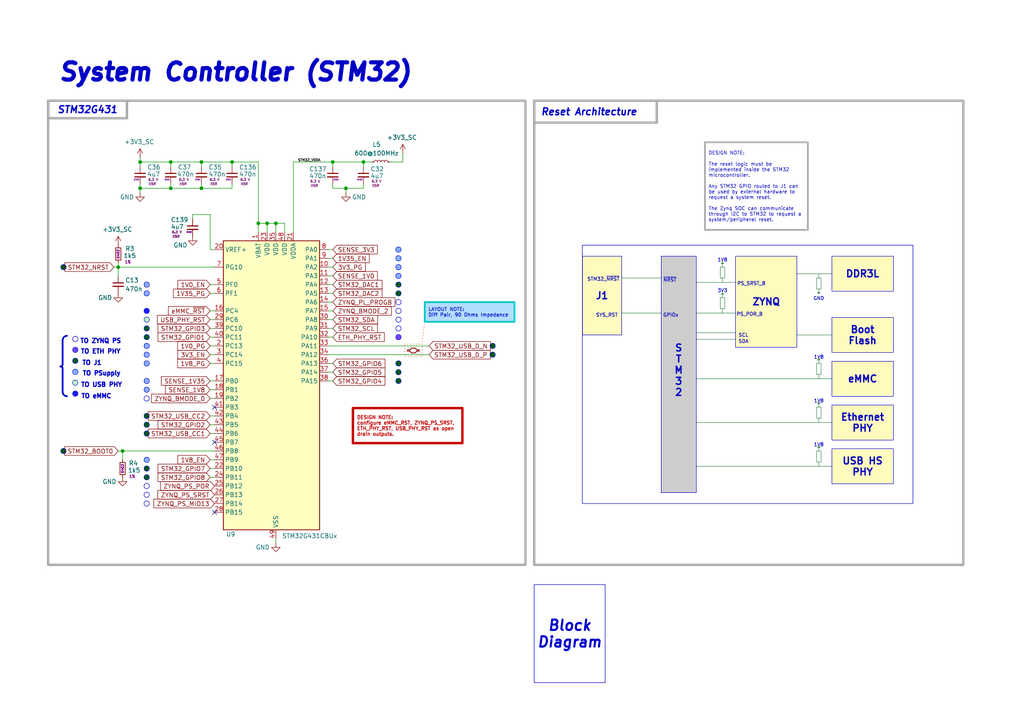
<source format=kicad_sch>
(kicad_sch (version 20231120) (generator "eeschema") (generator_version "8.0")
  (paper "A4")
  (title_block (title "System Controller") (date "2024-09-22") (rev "1.0"))
  (lib_symbols
    (symbol "C_Small_1" (pin_numbers hide) (pin_names (offset 0.254) hide)
      (property "Reference" "C50" (at 1.778 2.794 0))
      (property "Value" "470n" (at 1.778 0.762 0))
      (property "Rating" "6.3 V" (at 3.302 -0.762 0))
      (property "Type" "X5R" (at 3.048 -2.032 0))
      (symbol "C_Small_1_0_1"
        (polyline (pts (xy -1.524 -0.508) (xy 1.524 -0.508)) (stroke (width 0.3302)))
        (polyline (pts (xy -1.524 0.508) (xy 1.524 0.508)) (stroke (width 0.3048)))
      )
      (symbol "C_Small_1_1_1"
        (pin passive line (at 0 2.54 270) (length 2.032) (name "~") (number "1"))
        (pin passive line (at 0 -2.54 90) (length 2.032) (name "~") (number "2"))
      )
    )
    (symbol "Device:C_Small" (pin_numbers hide) (pin_names (offset 0.254) hide)
      (property "Reference" "C" (at 0.254 1.778 0))
      (property "Value" "C_Small" (at 0.254 -2.032 0))
      (symbol "C_Small_0_1"
        (polyline (pts (xy -1.524 -0.508) (xy 1.524 -0.508)) (stroke (width 0.3302)))
        (polyline (pts (xy -1.524 0.508) (xy 1.524 0.508)) (stroke (width 0.3048)))
      )
      (symbol "C_Small_1_1"
        (pin passive line (at 0 2.54 270) (length 2.032) (name "~") (number "1"))
        (pin passive line (at 0 -2.54 90) (length 2.032) (name "~") (number "2"))
      )
    )
    (symbol "Device:L_Small" (pin_numbers hide) (pin_names (offset 0.254) hide)
      (property "Reference" "L" (at 0.762 1.016 0))
      (property "Value" "L_Small" (at 0.762 -1.016 0))
      (symbol "L_Small_0_1"
        (arc (start 0 -2.032) (mid 0.5058 -1.524) (end 0 -1.016))
        (arc (start 0 -1.016) (mid 0.5058 -0.508) (end 0 0))
        (arc (start 0 0) (mid 0.5058 0.508) (end 0 1.016))
        (arc (start 0 1.016) (mid 0.5058 1.524) (end 0 2.032))
      )
      (symbol "L_Small_1_1"
        (pin passive line (at 0 2.54 270) (length 0.508) (name "~") (number "1"))
        (pin passive line (at 0 -2.54 90) (length 0.508) (name "~") (number "2"))
      )
    )
    (symbol "Device:R_Small" (pin_numbers hide) (pin_names (offset 0.254) hide)
      (property "Reference" "R" (at 0.762 0.508 0))
      (property "Value" "R_Small" (at 0.762 -1.016 0))
      (symbol "R_Small_0_1"
        (rectangle (start -0.762 1.778) (end 0.762 -1.778) (stroke (width 0.2032)))
      )
      (symbol "R_Small_1_1"
        (pin passive line (at 0 2.54 270) (length 0.762) (name "~") (number "1"))
        (pin passive line (at 0 -2.54 90) (length 0.762) (name "~") (number "2"))
      )
    )
    (symbol "MCU_ST_STM32G4:STM32G431CBUx"
      (property "Reference" "U" (at -12.7 44.45 0))
      (property "Value" "STM32G431CBUx" (at 10.16 44.45 0))
      (symbol "STM32G431CBUx_0_1"
        (rectangle (start -12.7 -40.64) (end 15.24 43.18) (stroke (width 0.254)) (fill (type background)))
      )
      (symbol "STM32G431CBUx_1_1"
        (pin power_in line (at -2.54 45.72 270) (length 2.54) (name "VBAT") (number "1"))
        (pin bidirectional line (at 17.78 35.56 180) (length 2.54) (name "PA2") (number "10"))
        (pin bidirectional line (at 17.78 33.02 180) (length 2.54) (name "PA3") (number "11"))
        (pin bidirectional line (at 17.78 30.48 180) (length 2.54) (name "PA4") (number "12"))
        (pin bidirectional line (at 17.78 27.94 180) (length 2.54) (name "PA5") (number "13"))
        (pin bidirectional line (at 17.78 25.4 180) (length 2.54) (name "PA6") (number "14"))
        (pin bidirectional line (at 17.78 22.86 180) (length 2.54) (name "PA7") (number "15"))
        (pin bidirectional line (at -15.24 22.86 0) (length 2.54) (name "PC4") (number "16"))
        (pin bidirectional line (at -15.24 2.54 0) (length 2.54) (name "PB0") (number "17"))
        (pin bidirectional line (at -15.24 0 0) (length 2.54) (name "PB1") (number "18"))
        (pin bidirectional line (at -15.24 -2.54 0) (length 2.54) (name "PB2") (number "19"))
        (pin bidirectional line (at -15.24 12.7 0) (length 2.54) (name "PC13") (number "2"))
        (pin input line (at -15.24 40.64 0) (length 2.54) (name "VREF+") (number "20"))
        (pin power_in line (at 7.62 45.72 270) (length 2.54) (name "VDDA") (number "21"))
        (pin bidirectional line (at -15.24 -22.86 0) (length 2.54) (name "PB10") (number "22"))
        (pin power_in line (at 0 45.72 270) (length 2.54) (name "VDD") (number "23"))
        (pin bidirectional line (at -15.24 -25.4 0) (length 2.54) (name "PB11") (number "24"))
        (pin bidirectional line (at -15.24 -27.94 0) (length 2.54) (name "PB12") (number "25"))
        (pin bidirectional line (at -15.24 -30.48 0) (length 2.54) (name "PB13") (number "26"))
        (pin bidirectional line (at -15.24 -33.02 0) (length 2.54) (name "PB14") (number "27"))
        (pin bidirectional line (at -15.24 -35.56 0) (length 2.54) (name "PB15") (number "28"))
        (pin bidirectional line (at -15.24 20.32 0) (length 2.54) (name "PC6") (number "29"))
        (pin bidirectional line (at -15.24 10.16 0) (length 2.54) (name "PC14") (number "3"))
        (pin bidirectional line (at 17.78 20.32 180) (length 2.54) (name "PA8") (number "30"))
        (pin bidirectional line (at 17.78 17.78 180) (length 2.54) (name "PA9") (number "31"))
        (pin bidirectional line (at 17.78 15.24 180) (length 2.54) (name "PA10") (number "32"))
        (pin bidirectional line (at 17.78 12.7 180) (length 2.54) (name "PA11") (number "33"))
        (pin bidirectional line (at 17.78 10.16 180) (length 2.54) (name "PA12") (number "34"))
        (pin power_in line (at 2.54 45.72 270) (length 2.54) (name "VDD") (number "35"))
        (pin bidirectional line (at 17.78 7.62 180) (length 2.54) (name "PA13") (number "36"))
        (pin bidirectional line (at 17.78 5.08 180) (length 2.54) (name "PA14") (number "37"))
        (pin bidirectional line (at 17.78 2.54 180) (length 2.54) (name "PA15") (number "38"))
        (pin bidirectional line (at -15.24 17.78 0) (length 2.54) (name "PC10") (number "39"))
        (pin bidirectional line (at -15.24 7.62 0) (length 2.54) (name "PC15") (number "4"))
        (pin bidirectional line (at -15.24 15.24 0) (length 2.54) (name "PC11") (number "40"))
        (pin bidirectional line (at -15.24 -5.08 0) (length 2.54) (name "PB3") (number "41"))
        (pin bidirectional line (at -15.24 -7.62 0) (length 2.54) (name "PB4") (number "42"))
        (pin bidirectional line (at -15.24 -10.16 0) (length 2.54) (name "PB5") (number "43"))
        (pin bidirectional line (at -15.24 -12.7 0) (length 2.54) (name "PB6") (number "44"))
        (pin bidirectional line (at -15.24 -15.24 0) (length 2.54) (name "PB7") (number "45"))
        (pin bidirectional line (at -15.24 -17.78 0) (length 2.54) (name "PB8") (number "46"))
        (pin bidirectional line (at -15.24 -20.32 0) (length 2.54) (name "PB9") (number "47"))
        (pin power_in line (at 5.08 45.72 270) (length 2.54) (name "VDD") (number "48"))
        (pin power_in line (at 2.54 -43.18 90) (length 2.54) (name "VSS") (number "49"))
        (pin bidirectional line (at -15.24 30.48 0) (length 2.54) (name "PF0") (number "5"))
        (pin bidirectional line (at -15.24 27.94 0) (length 2.54) (name "PF1") (number "6"))
        (pin bidirectional line (at -15.24 35.56 0) (length 2.54) (name "PG10") (number "7"))
        (pin bidirectional line (at 17.78 40.64 180) (length 2.54) (name "PA0") (number "8"))
        (pin bidirectional line (at 17.78 38.1 180) (length 2.54) (name "PA1") (number "9"))
      )
    )
    (symbol "power:+3V3" (power) (pin_names (offset 0))
      (property "Value" "+3V3" (at 0 3.556 0))
      (symbol "+3V3_0_1"
        (polyline (pts (xy -0.762 1.27) (xy 0 2.54)))
        (polyline (pts (xy 0 0) (xy 0 2.54)))
        (polyline (pts (xy 0 2.54) (xy 0.762 1.27)))
      )
      (symbol "+3V3_1_1"
        (pin power_in line (at 0 0 90) (length 0) hide (name "+3V3") (number "1"))
      )
    )
    (symbol "power:GND" (power) (pin_names (offset 0))
      (property "Value" "GND" (at 0 -3.81 0))
      (symbol "GND_0_1"
        (polyline (pts (xy 0 0) (xy 0 -1.27) (xy 1.27 -1.27) (xy 0 -2.54) (xy -1.27 -1.27) (xy 0 -1.27)))
      )
      (symbol "GND_1_1"
        (pin power_in line (at 0 0 270) (length 0) hide (name "GND") (number "1"))
      )
    )
  )
  (junction (at 80.01 64.77))
  (junction (at 35.56 130.81))
  (junction (at 49.53 46.99))
  (junction (at 40.64 54.61))
  (junction (at 49.53 54.61))
  (junction (at 40.64 46.99))
  (junction (at 74.93 64.77))
  (junction (at 58.42 46.99))
  (junction (at 58.42 54.61))
  (junction (at 96.52 46.99))
  (junction (at 77.47 64.77))
  (junction (at 34.29 77.47))
  (junction (at 67.31 46.99))
  (junction (at 105.41 46.99))
  (junction (at 100.33 54.61))
  (no_connect (at 62.23 148.59))
  (no_connect (at 62.23 128.27))
  (no_connect (at 62.23 118.11))
  (polyline (pts (xy 209.169 76.454) (xy 209.55 76.073)) (stroke (width 0) (color 60 139 80 1)))
  (polyline (pts (xy 201.93 135.255) (xy 241.3 135.255)) (stroke (width 0) (color 60 139 80 1)))
  (wire (pts (xy 74.93 64.77) (xy 74.93 67.31)))
  (polyline (pts (xy 237.49 122.555) (xy 237.49 121.285)) (stroke (width 0) (color 60 139 80 1)))
  (polyline (pts (xy 237.49 116.84) (xy 237.49 116.967)) (stroke (width 0) (color 60 139 80 1)))
  (wire (pts (xy 77.47 64.77) (xy 77.47 67.31)))
  (polyline (pts (xy 209.931 85.344) (xy 209.169 85.344)) (stroke (width 0) (color 60 139 80 1)))
  (wire (pts (xy 96.52 82.55) (xy 95.25 82.55)))
  (polyline (pts (xy 237.109 84.836) (xy 237.871 84.836)) (stroke (width 0) (color 60 139 80 1)))
  (wire (pts (xy 100.33 54.61) (xy 100.33 55.88)))
  (wire (pts (xy 80.01 64.77) (xy 80.01 67.31)))
  (wire (pts (xy 60.96 105.41) (xy 62.23 105.41)))
  (polyline (pts (xy 120.396 102.362) (xy 120.904 101.854)) (stroke (width 0.25) (color 132 0 0 1)))
  (polyline (pts (xy 231.14 79.375) (xy 241.3 79.375)) (stroke (width 0) (color 60 139 80 1)))
  (wire (pts (xy 96.52 92.71) (xy 95.25 92.71)))
  (wire (pts (xy 40.64 54.61) (xy 49.53 54.61)))
  (polyline (pts (xy 180.34 90.805) (xy 191.77 90.805)) (stroke (width 0) (color 60 139 80 1)))
  (wire (pts (xy 60.96 97.79) (xy 62.23 97.79)))
  (polyline (pts (xy 237.49 105.283) (xy 237.49 104.267)) (stroke (width 0) (color 60 139 80 1)))
  (wire (pts (xy 60.96 135.89) (xy 62.23 135.89)))
  (wire (pts (xy 95.25 77.47) (xy 96.52 77.47)))
  (wire (pts (xy 113.03 46.99) (xy 116.84 46.99)))
  (polyline (pts (xy 231.14 97.155) (xy 241.3 97.155)) (stroke (width 0) (color 60 139 80 1)))
  (polyline (pts (xy 209.931 76.454) (xy 209.55 76.073)) (stroke (width 0) (color 60 139 80 1)))
  (polyline (pts (xy 119.38 100.965) (xy 118.872 101.473)) (stroke (width 0.25) (color 132 0 0 1)))
  (polyline (pts (xy 201.93 96.52) (xy 213.36 96.52)) (stroke (width 0) (color 60 139 80 1)))
  (wire (pts (xy 95.25 110.49) (xy 96.52 110.49)))
  (polyline (pts (xy 209.55 90.805) (xy 209.55 89.535)) (stroke (width 0) (color 60 139 80 1)))
  (polyline (pts (xy 201.93 90.805) (xy 213.36 90.805)) (stroke (width 0) (color 60 139 80 1)))
  (polyline (pts (xy 237.236 129.667) (xy 237.744 129.667)) (stroke (width 0) (color 60 139 80 1)))
  (polyline (pts (xy 209.55 77.343) (xy 209.55 76.327)) (stroke (width 0) (color 60 139 80 1)))
  (wire (pts (xy 34.29 76.2) (xy 34.29 77.47)))
  (wire (pts (xy 49.53 54.61) (xy 58.42 54.61)))
  (wire (pts (xy 95.25 107.95) (xy 96.52 107.95)))
  (wire (pts (xy 95.25 80.01) (xy 96.52 80.01)))
  (polyline (pts (xy 237.236 104.267) (xy 237.744 104.267)) (stroke (width 0) (color 60 139 80 1)))
  (wire (pts (xy 55.88 62.23) (xy 60.96 62.23)))
  (polyline (pts (xy 237.49 83.947) (xy 237.49 84.963)) (stroke (width 0) (color 60 139 80 1)))
  (wire (pts (xy 85.09 46.99) (xy 85.09 67.31)))
  (wire (pts (xy 74.93 64.77) (xy 77.47 64.77)))
  (wire (pts (xy 40.64 54.61) (xy 40.64 55.88)))
  (wire (pts (xy 60.96 113.03) (xy 62.23 113.03)))
  (polyline (pts (xy 209.296 85.217) (xy 209.804 85.217)) (stroke (width 0) (color 60 139 80 1)))
  (wire (pts (xy 96.52 95.25) (xy 95.25 95.25)))
  (polyline (pts (xy 237.871 84.836) (xy 237.49 85.217)) (stroke (width 0) (color 60 139 80 1)))
  (wire (pts (xy 95.25 102.87) (xy 124.46 102.87)))
  (wire (pts (xy 60.96 120.65) (xy 62.23 120.65)))
  (wire (pts (xy 95.25 72.39) (xy 96.52 72.39)))
  (wire (pts (xy 96.52 54.61) (xy 96.52 53.34)))
  (polyline (pts (xy 237.871 117.094) (xy 237.109 117.094)) (stroke (width 0) (color 60 139 80 1)))
  (wire (pts (xy 60.96 82.55) (xy 62.23 82.55)))
  (wire (pts (xy 60.96 102.87) (xy 62.23 102.87)))
  (wire (pts (xy 96.52 85.09) (xy 95.25 85.09)))
  (wire (pts (xy 49.53 48.26) (xy 49.53 46.99)))
  (wire (pts (xy 80.01 64.77) (xy 82.55 64.77)))
  (polyline (pts (xy 209.169 85.344) (xy 209.55 84.963)) (stroke (width 0) (color 60 139 80 1)))
  (wire (pts (xy 58.42 54.61) (xy 67.31 54.61)))
  (wire (pts (xy 96.52 90.17) (xy 95.25 90.17)))
  (wire (pts (xy 60.96 133.35) (xy 62.23 133.35)))
  (wire (pts (xy 60.96 115.57) (xy 62.23 115.57)))
  (polyline (pts (xy 237.49 85.09) (xy 237.49 84.963)) (stroke (width 0) (color 60 139 80 1)))
  (wire (pts (xy 80.01 156.21) (xy 80.01 157.48)))
  (polyline (pts (xy 209.931 76.454) (xy 209.169 76.454)) (stroke (width 0) (color 60 139 80 1)))
  (polyline (pts (xy 237.109 117.094) (xy 237.49 116.713)) (stroke (width 0) (color 60 139 80 1)))
  (wire (pts (xy 105.41 54.61) (xy 105.41 53.34)))
  (wire (pts (xy 105.41 48.26) (xy 105.41 46.99)))
  (wire (pts (xy 60.96 138.43) (xy 62.23 138.43)))
  (polyline (pts (xy 237.871 129.794) (xy 237.109 129.794)) (stroke (width 0) (color 60 139 80 1)))
  (wire (pts (xy 33.02 77.47) (xy 34.29 77.47)))
  (wire (pts (xy 96.52 105.41) (xy 95.25 105.41)))
  (wire (pts (xy 34.29 77.47) (xy 62.23 77.47)))
  (polyline (pts (xy 237.109 104.394) (xy 237.49 104.013)) (stroke (width 0) (color 60 139 80 1)))
  (wire (pts (xy 60.96 62.23) (xy 60.96 72.39)))
  (wire (pts (xy 60.96 72.39) (xy 62.23 72.39)))
  (polyline (pts (xy 18.161 106.934) (xy 18.161 113.792)) (stroke (width 0.5)))
  (polyline (pts (xy 209.931 85.344) (xy 209.55 84.963)) (stroke (width 0) (color 60 139 80 1)))
  (wire (pts (xy 40.64 48.26) (xy 40.64 46.99)))
  (polyline (pts (xy 237.109 129.794) (xy 237.49 129.413)) (stroke (width 0) (color 60 139 80 1)))
  (wire (pts (xy 55.88 63.5) (xy 55.88 62.23)))
  (polyline (pts (xy 237.871 104.394) (xy 237.109 104.394)) (stroke (width 0) (color 60 139 80 1)))
  (wire (pts (xy 62.23 110.49) (xy 60.96 110.49)))
  (wire (pts (xy 60.96 90.17) (xy 62.23 90.17)))
  (wire (pts (xy 40.64 53.34) (xy 40.64 54.61)))
  (polyline (pts (xy 237.871 117.094) (xy 237.49 116.713)) (stroke (width 0) (color 60 139 80 1)))
  (wire (pts (xy 67.31 54.61) (xy 67.31 53.34)))
  (polyline (pts (xy 237.109 84.836) (xy 237.49 85.217)) (stroke (width 0) (color 60 139 80 1)))
  (polyline (pts (xy 201.93 81.915) (xy 213.36 81.915)) (stroke (width 0) (color 60 139 80 1)))
  (polyline (pts (xy 209.55 76.2) (xy 209.55 76.327)) (stroke (width 0) (color 60 139 80 1)))
  (wire (pts (xy 96.52 46.99) (xy 96.52 48.26)))
  (wire (pts (xy 34.29 130.81) (xy 35.56 130.81)))
  (polyline (pts (xy 237.49 104.14) (xy 237.49 104.267)) (stroke (width 0) (color 60 139 80 1)))
  (polyline (pts (xy 201.93 122.555) (xy 241.3 122.555)) (stroke (width 0) (color 60 139 80 1)))
  (polyline (pts (xy 123.19 93.218) (xy 122.428 99.568)) (stroke (width 0.2) (type dot) (color 255 28 5 1)))
  (polyline (pts (xy 209.55 85.09) (xy 209.55 85.217)) (stroke (width 0) (color 60 139 80 1)))
  (polyline (pts (xy 201.93 98.425) (xy 213.36 98.425)) (stroke (width 0) (color 60 139 80 1)))
  (polyline (pts (xy 121.666 101.473) (xy 120.904 101.473)) (stroke (width 0.25) (color 132 0 0 1)))
  (wire (pts (xy 35.56 130.81) (xy 62.23 130.81)))
  (polyline (pts (xy 119.38 102.362) (xy 120.396 102.362)) (stroke (width 0.25) (color 132 0 0 1)))
  (wire (pts (xy 82.55 64.77) (xy 82.55 67.31)))
  (wire (pts (xy 49.53 46.99) (xy 58.42 46.99)))
  (wire (pts (xy 67.31 46.99) (xy 74.93 46.99)))
  (polyline (pts (xy 237.871 104.394) (xy 237.49 104.013)) (stroke (width 0) (color 60 139 80 1)))
  (polyline (pts (xy 237.49 109.855) (xy 237.49 108.585)) (stroke (width 0) (color 60 139 80 1)))
  (wire (pts (xy 58.42 53.34) (xy 58.42 54.61)))
  (polyline (pts (xy 118.872 101.854) (xy 119.38 102.362)) (stroke (width 0.25) (color 132 0 0 1)))
  (polyline (pts (xy 209.55 86.233) (xy 209.55 85.217)) (stroke (width 0) (color 60 139 80 1)))
  (wire (pts (xy 74.93 46.99) (xy 74.93 64.77)))
  (wire (pts (xy 60.96 95.25) (xy 62.23 95.25)))
  (polyline (pts (xy 237.49 117.983) (xy 237.49 116.967)) (stroke (width 0) (color 60 139 80 1)))
  (polyline (pts (xy 237.49 129.54) (xy 237.49 129.667)) (stroke (width 0) (color 60 139 80 1)))
  (wire (pts (xy 40.64 46.99) (xy 49.53 46.99)))
  (wire (pts (xy 95.25 74.93) (xy 96.52 74.93)))
  (wire (pts (xy 96.52 97.79) (xy 95.25 97.79)))
  (wire (pts (xy 105.41 54.61) (xy 100.33 54.61)))
  (polyline (pts (xy 237.49 135.255) (xy 237.49 133.985)) (stroke (width 0) (color 60 139 80 1)))
  (wire (pts (xy 96.52 46.99) (xy 105.41 46.99)))
  (wire (pts (xy 60.96 85.09) (xy 62.23 85.09)))
  (polyline (pts (xy 118.11 101.854) (xy 118.872 101.854)) (stroke (width 0.25) (color 132 0 0 1)))
  (wire (pts (xy 100.33 54.61) (xy 96.52 54.61)))
  (polyline (pts (xy 120.904 101.473) (xy 120.396 100.965)) (stroke (width 0.25) (color 132 0 0 1)))
  (wire (pts (xy 60.96 123.19) (xy 62.23 123.19)))
  (polyline (pts (xy 18.161 98.679) (xy 18.161 105.664)) (stroke (width 0.5)))
  (wire (pts (xy 35.56 130.81) (xy 35.56 133.35)))
  (wire (pts (xy 77.47 64.77) (xy 80.01 64.77)))
  (wire (pts (xy 49.53 53.34) (xy 49.53 54.61)))
  (wire (pts (xy 60.96 100.33) (xy 62.23 100.33)))
  (polyline (pts (xy 209.55 81.915) (xy 209.55 80.645)) (stroke (width 0) (color 60 139 80 1)))
  (polyline (pts (xy 180.34 80.645) (xy 191.77 80.645)) (stroke (width 0) (color 60 139 80 1)))
  (wire (pts (xy 116.84 44.45) (xy 116.84 46.99)))
  (polyline (pts (xy 237.871 129.794) (xy 237.49 129.413)) (stroke (width 0) (color 60 139 80 1)))
  (wire (pts (xy 96.52 87.63) (xy 95.25 87.63)))
  (wire (pts (xy 67.31 48.26) (xy 67.31 46.99)))
  (polyline (pts (xy 237.49 79.375) (xy 237.49 80.645)) (stroke (width 0) (color 60 139 80 1)))
  (polyline (pts (xy 209.296 76.327) (xy 209.804 76.327)) (stroke (width 0) (color 60 139 80 1)))
  (wire (pts (xy 67.31 46.99) (xy 58.42 46.99)))
  (wire (pts (xy 58.42 46.99) (xy 58.42 48.26)))
  (polyline (pts (xy 201.93 109.855) (xy 241.3 109.855)) (stroke (width 0) (color 60 139 80 1)))
  (polyline (pts (xy 120.396 100.965) (xy 119.38 100.965)) (stroke (width 0.25) (color 132 0 0 1)))
  (wire (pts (xy 34.29 77.47) (xy 34.29 80.01)))
  (wire (pts (xy 95.25 100.33) (xy 124.46 100.33)))
  (polyline (pts (xy 120.904 101.854) (xy 121.666 101.854)) (stroke (width 0.25) (color 132 0 0 1)))
  (wire (pts (xy 40.64 45.72) (xy 40.64 46.99)))
  (wire (pts (xy 105.41 46.99) (xy 107.95 46.99)))
  (polyline (pts (xy 237.236 116.967) (xy 237.744 116.967)) (stroke (width 0) (color 60 139 80 1)))
  (polyline (pts (xy 237.744 84.963) (xy 237.236 84.963)) (stroke (width 0) (color 60 139 80 1)))
  (polyline (pts (xy 118.872 101.473) (xy 118.11 101.473)) (stroke (width 0.25) (color 132 0 0 1)))
  (polyline (pts (xy 237.49 130.683) (xy 237.49 129.667)) (stroke (width 0) (color 60 139 80 1)))
  (wire (pts (xy 85.09 46.99) (xy 96.52 46.99)))
  (wire (pts (xy 60.96 92.71) (xy 62.23 92.71)))
  (wire (pts (xy 60.96 125.73) (xy 62.23 125.73)))
  (arc (start 19.436 114.925) (mid 18.5397 114.5548) (end 18.166 113.66) (stroke (width 0.5)))
  (circle (center 18.415 77.47) (radius 0.762) (fill (type color) (color 3 87 23 1)))
  (circle (center 42.545 97.79) (radius 0.762) (fill (type color) (color 3 87 23 1)))
  (circle (center 115.57 80.01) (radius 0.762) (fill (type color) (color 132 172 255 1)))
  (circle (center 42.545 85.09) (radius 0.762) (fill (type color) (color 132 172 255 1)))
  (circle (center 42.545 113.03) (radius 0.762) (fill (type color) (color 132 172 255 1)))
  (circle (center 42.545 133.35) (radius 0.762) (fill (type color) (color 132 172 255 1)))
  (circle (center 42.545 115.57) (radius 0.762) (fill (type color)))
  (rectangle (start 168.91 71.12) (end 264.795 146.05))
  (circle (center 42.545 95.25) (radius 0.762) (fill (type color) (color 3 87 23 1)))
  (arc (start 18.166 105.659) (mid 17.9667 106.0947) (end 17.531 106.294) (stroke (width 0.5)))
  (circle (center 42.545 110.49) (radius 0.762) (fill (type color) (color 132 172 255 1)))
  (rectangle (start 154.94 29.21) (end 279.4 163.83) (stroke (width 0.7) (color 168 168 168 1)))
  (circle (center 21.844 110.998) (radius 0.762) (fill (type color) (color 185 255 190 1)))
  (circle (center 42.545 146.05) (radius 0.762) (fill (type color)))
  (circle (center 42.545 90.17) (radius 0.762) (fill (type color) (color 23 23 255 1)))
  (circle (center 115.57 107.95) (radius 0.762) (fill (type color) (color 3 87 23 1)))
  (circle (center 115.57 92.71) (radius 0.762) (fill (type color)))
  (circle (center 42.545 138.43) (radius 0.762) (fill (type color) (color 3 87 23 1)))
  (circle (center 42.545 143.51) (radius 0.762) (fill (type color)))
  (circle (center 42.545 82.55) (radius 0.762) (fill (type color) (color 132 172 255 1)))
  (circle (center 115.57 87.63) (radius 0.762) (fill (type color)))
  (circle (center 42.545 135.89) (radius 0.762) (fill (type color) (color 3 87 23 1)))
  (circle (center 21.844 104.648) (radius 0.762) (fill (type color) (color 3 87 23 1)))
  (circle (center 115.57 95.25) (radius 0.762) (fill (type color)))
  (rectangle (start 238.125 83.82) (end 236.855 80.645) (stroke (width 0) (color 60 139 80 1)))
  (circle (center 115.57 85.09) (radius 0.762) (fill (type color) (color 3 87 23 1)))
  (circle (center 115.57 105.41) (radius 0.762) (fill (type color) (color 3 87 23 1)))
  (circle (center 21.844 107.823) (radius 0.762) (fill (type color) (color 132 172 255 1)))
  (rectangle (start 236.855 118.11) (end 238.125 121.285) (stroke (width 0) (color 60 139 80 1)))
  (circle (center 42.545 120.65) (radius 0.762) (fill (type color) (color 3 87 23 1)))
  (circle (center 21.844 101.473) (radius 0.762) (fill (type color) (color 110 65 255 1)))
  (circle (center 21.844 114.173) (radius 0.762) (fill (type color) (color 23 23 255 1)))
  (circle (center 42.545 102.87) (radius 0.762) (fill (type color) (color 132 172 255 1)))
  (circle (center 42.545 105.41) (radius 0.762) (fill (type color) (color 132 172 255 1)))
  (circle (center 142.875 100.33) (radius 0.762) (fill (type color) (color 3 87 23 1)))
  (circle (center 18.415 130.81) (radius 0.762) (fill (type color) (color 3 87 23 1)))
  (circle (center 42.545 140.97) (radius 0.762) (fill (type color)))
  (rectangle (start 208.915 77.47) (end 210.185 80.645) (stroke (width 0) (color 60 139 80 1)))
  (rectangle (start 208.915 86.36) (end 210.185 89.535) (stroke (width 0) (color 60 139 80 1)))
  (arc (start 17.531 106.294) (mid 17.9908 106.4675) (end 18.166 106.929) (stroke (width 0.5)))
  (circle (center 115.57 77.47) (radius 0.762) (fill (type color) (color 132 172 255 1)))
  (rectangle (start 13.97 29.21) (end 152.4 163.83) (stroke (width 0.7) (color 168 168 168 1)))
  (circle (center 42.545 100.33) (radius 0.762) (fill (type color) (color 132 172 255 1)))
  (rectangle (start 117.348 99.822) (end 122.428 103.378) (stroke (width 0.2) (type dot) (color 255 28 5 1)))
  (circle (center 115.57 82.55) (radius 0.762) (fill (type color) (color 3 87 23 1)))
  (circle (center 115.57 90.17) (radius 0.762) (fill (type color)))
  (arc (start 18.166 98.679) (mid 18.5434 97.7899) (end 19.431 97.409) (stroke (width 0.5)))
  (circle (center 142.875 102.87) (radius 0.762) (fill (type color) (color 3 87 23 1)))
  (circle (center 115.57 72.39) (radius 0.762) (fill (type color) (color 132 172 255 1)))
  (circle (center 42.545 92.71) (radius 0.762) (fill (type color) (color 185 255 190 1)))
  (circle (center 115.57 97.79) (radius 0.762) (fill (type color) (color 110 65 255 1)))
  (rectangle (start 236.855 105.41) (end 238.125 108.585) (stroke (width 0) (color 60 139 80 1)))
  (circle (center 42.545 123.19) (radius 0.762) (fill (type color) (color 3 87 23 1)))
  (circle (center 21.844 98.298) (radius 0.762) (fill (type color)))
  (circle (center 115.57 110.49) (radius 0.762) (fill (type color) (color 3 87 23 1)))
  (rectangle (start 236.855 130.81) (end 238.125 133.985) (stroke (width 0) (color 60 139 80 1)))
  (circle (center 115.57 74.93) (radius 0.762) (fill (type color) (color 132 172 255 1)))
  (circle (center 42.545 125.73) (radius 0.762) (fill (type color) (color 3 87 23 1)))
  (text_box "Boot Flash" (at 241.3 92.075 0) (size 17.78 10.16) (fill (type color) (color 255 250 190 1)) (effects (font (size 2 2) (thickness 0.4) (bold yes))))
  (text_box "LAYOUT NOTE:\nDiff Pair, 90 Ohms Impedance\n" (at 123.19 87.63 0) (size 26.035 5.715) (stroke (width 0.5) (color 0 194 194 1)) (fill (type color) (color 61 172 255 0.4)) (effects (font (size 1 1)) (justify left)))
  (text_box "Ethernet PHY" (at 241.3 117.475 0) (size 17.78 10.16) (fill (type color) (color 255 250 190 1)) (effects (font (size 2 2) (thickness 0.4) (bold yes))))
  (text_box "DDR3L" (at 241.3 74.295 0) (size 17.78 10.16) (fill (type color) (color 255 250 190 1)) (effects (font (size 2 2) (thickness 0.4) (bold yes))))
  (text_box "Block\nDiagram" (at 154.94 169.545 0) (size 20.574 28.448) (effects (font (size 3 3) (thickness 0.6) (bold yes) (italic yes))))
  (text_box "USB HS PHY" (at 241.3 130.175 0) (size 17.78 10.16) (fill (type color) (color 255 250 190 1)) (effects (font (size 2 2) (thickness 0.4) (bold yes))))
  (text_box "J1" (at 168.91 74.295 0) (size 11.43 22.86) (fill (type color) (color 255 250 190 1)) (effects (font (size 2 2) (thickness 0.4) (bold yes))))
  (text_box "eMMC" (at 241.3 104.775 0) (size 17.78 10.16) (fill (type color) (color 255 250 190 1)) (effects (font (size 2 2) (thickness 0.4) (bold yes))))
  (text_box "" (at 191.77 74.295 90) (size 10.16 68.58) (fill (type color) (color 205 205 205 1)) (effects (font (size 2 2) (thickness 0.4) (bold yes))))
  (text_box "DESIGN NOTE:\nconfigure eMMC_RST, ZYNQ_PS_SRST, ETH_PHY_RST, USB_PHY_RST as open drain outputs.\n" (at 102.362 118.364 0) (size 31.75 10.16) (stroke (width 0.7) (color 194 0 0 1)) (effects (font (size 1 1) (thickness 0.2) (bold yes)) (justify left)))
  (text_box "ZYNQ" (at 213.36 74.295 0) (size 17.78 26.416) (fill (type color) (color 255 250 190 1)) (effects (font (size 2 2) (thickness 0.4) (bold yes))))
  (text_box "DESIGN NOTE:\n\nThe reset logic must be implemented inside the STM32 microcontroller.\n\nAny STM32 GPIO routed to J1 can be used by external hardware to request a system reset.\n\nThe Zynq SOC can communicate through I2C to STM32 to request a system/peripheral reset.\n" (at 204.47 41.275 0) (size 29.845 25.4) (stroke (width 0.5) (color 168 168 168 1)) (effects (font (size 1 1) (thickness 0.125)) (justify left)))
  (text_box "Reset Architecture" (at 154.94 29.21 0) (size 35.56 6.35) (stroke (width 0.7) (color 168 168 168 1)) (effects (font (size 2 2) (thickness 0.4) (bold yes) (italic yes)) (justify left)))
  (text_box "STM32G431" (at 13.97 29.21 0) (size 22.86 5.08) (stroke (width 0.7) (color 168 168 168 1)) (effects (font (size 2 2) (bold yes) (italic yes))))
  (text "TO J1" (at 26.67 105.41 0) (effects (font (size 1.27 1.27) (thickness 0.4) (bold yes))))
  (text "TO USB PHY" (at 29.464 111.76 0) (effects (font (size 1.27 1.27) (thickness 0.4) (bold yes))))
  (text "TO ZYNQ PS" (at 29.21 99.06 0) (effects (font (size 1.27 1.27) (thickness 0.4) (bold yes))))
  (text "S\nT\nM\n3\n2" (at 196.85 107.569 0) (effects (font (size 2 2) (thickness 0.4) (bold yes))))
  (text "1V8" (at 237.49 103.759 0) (effects (font (size 1 1) (thickness 0.1588))))
  (text "1V8" (at 237.49 129.159 0) (effects (font (size 1 1) (thickness 0.1588))))
  (text "SDA" (at 215.646 99.187 0) (effects (font (size 1 1) (thickness 0.1588))))
  (text "System Controller (STM32)" (at 68.326 21.082 0) (effects (font (size 5 5) (thickness 1.2) (bold yes) (italic yes))))
  (text "TO ETH PHY" (at 29.21 102.108 0) (effects (font (size 1.27 1.27) (thickness 0.4) (bold yes))))
  (text "3V3" (at 209.55 84.455 0) (effects (font (size 1 1) (thickness 0.1588))))
  (text "GPIOx" (at 194.564 91.567 0) (effects (font (size 1 1) (thickness 0.1588))))
  (text "SCL" (at 215.646 97.409 0) (effects (font (size 1 1) (thickness 0.1588))))
  (text "PS_SRST_B" (at 217.932 82.423 0) (effects (font (size 1 1) (thickness 0.1588))))
  (text "TO eMMC" (at 27.94 115.062 0) (effects (font (size 1.27 1.27) (thickness 0.4) (bold yes))))
  (text "1V8" (at 209.55 75.565 0) (effects (font (size 1 1) (thickness 0.1588))))
  (text "SYS_RST" (at 176.022 91.567 0) (effects (font (size 1 1) (thickness 0.1588))))
  (text "1V8" (at 237.49 116.459 0) (effects (font (size 1 1) (thickness 0.1588))))
  (text "STM32_~{NRST}" (at 175.006 81.153 0) (effects (font (size 1 1) (thickness 0.1588))))
  (text "PS_POR_B" (at 217.424 91.313 0) (effects (font (size 1 1) (thickness 0.1588))))
  (text "GND" (at 237.49 86.741 0) (effects (font (size 1 1) (thickness 0.1588))))
  (text "TO PSupply" (at 29.464 108.458 0) (effects (font (size 1.27 1.27) (thickness 0.4) (bold yes))))
  (text "~{NRST}" (at 194.31 81.407 0) (effects (font (size 1 1) (thickness 0.1588))))
  (label "STM32_VDDA" (at 86.36 46.99 0) (effects (font (size 0.7 0.7))))
  (global_label "ZYNQ_PS_POR" (shape input) (at 62.23 140.97 180) (property "Intersheetrefs" "${INTERSHEET_REFS}" (effects (hide yes))))
  (global_label "1V0_PG" (shape input) (at 60.96 100.33 180) (property "Intersheetrefs" "${INTERSHEET_REFS}" (effects (hide yes))))
  (global_label "STM32_USB_CC1" (shape input) (at 60.96 125.73 180) (property "Intersheetrefs" "${INTERSHEET_REFS}" (effects (hide yes))))
  (global_label "1V0_EN" (shape input) (at 60.96 82.55 180) (property "Intersheetrefs" "${INTERSHEET_REFS}" (effects (hide yes))))
  (global_label "STM32_GPIO6" (shape input) (at 96.52 105.41 0) (property "Intersheetrefs" "${INTERSHEET_REFS}" (effects (hide yes))))
  (global_label "STM32_BOOT0" (shape input) (at 34.29 130.81 180) (property "Intersheetrefs" "${INTERSHEET_REFS}" (effects (hide yes))))
  (global_label "STM32_USB_D_N" (shape input) (at 124.46 100.33 0) (property "Intersheetrefs" "${INTERSHEET_REFS}" (effects (hide yes))))
  (global_label "1V35_EN" (shape input) (at 96.52 74.93 0) (property "Intersheetrefs" "${INTERSHEET_REFS}" (effects (hide yes))))
  (global_label "STM32_DAC2" (shape input) (at 96.52 85.09 0) (property "Intersheetrefs" "${INTERSHEET_REFS}" (effects (hide yes))))
  (global_label "eMMC_~{RST}" (shape input) (at 60.96 90.17 180) (property "Intersheetrefs" "${INTERSHEET_REFS}" (effects (hide yes))))
  (global_label "ZYNQ_PS_MIO13" (shape input) (at 62.23 146.05 180) (property "Intersheetrefs" "${INTERSHEET_REFS}" (effects (hide yes))))
  (global_label "STM32_GPIO2" (shape input) (at 60.96 123.19 180) (property "Intersheetrefs" "${INTERSHEET_REFS}" (effects (hide yes))))
  (global_label "STM32_USB_D_P" (shape input) (at 124.46 102.87 0) (property "Intersheetrefs" "${INTERSHEET_REFS}" (effects (hide yes))))
  (global_label "STM32_SDA" (shape input) (at 96.52 92.71 0) (property "Intersheetrefs" "${INTERSHEET_REFS}" (effects (hide yes))))
  (global_label "SENSE_1V8" (shape input) (at 60.96 113.03 180) (property "Intersheetrefs" "${INTERSHEET_REFS}" (effects (hide yes))))
  (global_label "SENSE_1V0" (shape input) (at 96.52 80.01 0) (property "Intersheetrefs" "${INTERSHEET_REFS}" (effects (hide yes))))
  (global_label "SENSE_3V3" (shape input) (at 96.52 72.39 0) (property "Intersheetrefs" "${INTERSHEET_REFS}" (effects (hide yes))))
  (global_label "ZYNQ_BMODE_0" (shape input) (at 60.96 115.57 180) (property "Intersheetrefs" "${INTERSHEET_REFS}" (effects (hide yes))))
  (global_label "1V8_EN" (shape input) (at 60.96 133.35 180) (property "Intersheetrefs" "${INTERSHEET_REFS}" (effects (hide yes))))
  (global_label "3V3_PG" (shape input) (at 96.52 77.47 0) (property "Intersheetrefs" "${INTERSHEET_REFS}" (effects (hide yes))))
  (global_label "SENSE_1V35" (shape input) (at 60.96 110.49 180) (property "Intersheetrefs" "${INTERSHEET_REFS}" (effects (hide yes))))
  (global_label "ZYNQ_PL_PROGB" (shape input) (at 96.52 87.63 0) (property "Intersheetrefs" "${INTERSHEET_REFS}" (effects (hide yes))))
  (global_label "STM32_GPIO3" (shape input) (at 60.96 95.25 180) (property "Intersheetrefs" "${INTERSHEET_REFS}" (effects (hide yes))))
  (global_label "STM32_GPIO5" (shape input) (at 96.52 107.95 0) (property "Intersheetrefs" "${INTERSHEET_REFS}" (effects (hide yes))))
  (global_label "USB_PHY_RST" (shape input) (at 60.96 92.71 180) (property "Intersheetrefs" "${INTERSHEET_REFS}" (effects (hide yes))))
  (global_label "STM32_GPIO7" (shape input) (at 60.96 135.89 180) (property "Intersheetrefs" "${INTERSHEET_REFS}" (effects (hide yes))))
  (global_label "STM32_SCL" (shape input) (at 96.52 95.25 0) (property "Intersheetrefs" "${INTERSHEET_REFS}" (effects (hide yes))))
  (global_label "STM32_GPIO4" (shape input) (at 96.52 110.49 0) (property "Intersheetrefs" "${INTERSHEET_REFS}" (effects (hide yes))))
  (global_label "1V8_PG" (shape input) (at 60.96 105.41 180) (property "Intersheetrefs" "${INTERSHEET_REFS}" (effects (hide yes))))
  (global_label "1V35_PG" (shape input) (at 60.96 85.09 180) (property "Intersheetrefs" "${INTERSHEET_REFS}" (effects (hide yes))))
  (global_label "STM32_DAC1" (shape input) (at 96.52 82.55 0) (property "Intersheetrefs" "${INTERSHEET_REFS}" (effects (hide yes))))
  (global_label "ZYNQ_BMODE_2" (shape input) (at 96.52 90.17 0) (property "Intersheetrefs" "${INTERSHEET_REFS}" (effects (hide yes))))
  (global_label "STM32_GPIO1" (shape input) (at 60.96 97.79 180) (property "Intersheetrefs" "${INTERSHEET_REFS}" (effects (hide yes))))
  (global_label "ETH_PHY_RST" (shape input) (at 96.52 97.79 0) (property "Intersheetrefs" "${INTERSHEET_REFS}" (effects (hide yes))))
  (global_label "STM32_NRST" (shape input) (at 33.02 77.47 180) (property "Intersheetrefs" "${INTERSHEET_REFS}" (effects (hide yes))))
  (global_label "STM32_GPIO8" (shape input) (at 60.96 138.43 180) (property "Intersheetrefs" "${INTERSHEET_REFS}" (effects (hide yes))))
  (global_label "ZYNQ_PS_SRST" (shape input) (at 62.23 143.51 180) (property "Intersheetrefs" "${INTERSHEET_REFS}" (effects (hide yes))))
  (global_label "3V3_EN" (shape input) (at 60.96 102.87 180) (property "Intersheetrefs" "${INTERSHEET_REFS}" (effects (hide yes))))
  (global_label "STM32_USB_CC2" (shape input) (at 60.96 120.65 180) (property "Intersheetrefs" "${INTERSHEET_REFS}" (effects (hide yes))))
  (symbol (lib_name "C_Small_1") (lib_id "Device:C_Small") (at 96.52 50.8 0) (unit 1)
    (property "Reference" "C137" (at 89.662 49.022 0) (effects (justify left)))
    (property "Value" "470n" (at 89.662 51.054 0) (effects (justify left)))
    (property "Footprint" "Capacitor_SMD:C_0201_0603Metric" (effects (hide yes)))
    (property "Description" "Unpolarized capacitor, small symbol" (effects (hide yes)))
    (property "Rating" "6.3 V" (at 91.44 52.578 0) (effects (font (size 0.7 0.7))))
    (property "Type" "X5R" (at 91.186 53.848 0) (effects (font (size 0.7 0.7))))
    (property "Package" "0201" (at 97.536 52.07 0) (effects (font (size 0.4 0.4))))
    (property "LCSC Part" "C85926" (effects (hide yes)))
  )
  (symbol (lib_id "power:GND") (at 40.64 55.88 0) (unit 1)
    (property "Reference" "#PWR072" (effects (hide yes)))
    (property "Value" "GND" (at 36.83 57.15 0))
  )
  (symbol (lib_name "C_Small_1") (lib_id "Device:C_Small") (at 67.31 50.8 0) (unit 1)
    (property "Reference" "C136" (at 69.342 48.514 0) (effects (justify left)))
    (property "Value" "470n" (at 69.342 50.546 0) (effects (justify left)))
    (property "Footprint" "Capacitor_SMD:C_0201_0603Metric" (effects (hide yes)))
    (property "Description" "Unpolarized capacitor, small symbol" (effects (hide yes)))
    (property "Rating" "6.3 V" (at 71.12 52.07 0) (effects (font (size 0.7 0.7))))
    (property "Type" "X5R" (at 70.866 53.34 0) (effects (font (size 0.7 0.7))))
    (property "Package" "0201" (at 66.294 52.07 0) (effects (font (size 0.4 0.4))))
    (property "LCSC Part" "C85926" (effects (hide yes)))
  )
  (symbol (lib_name "C_Small_1") (lib_id "Device:C_Small") (at 105.41 50.8 0) (unit 1)
    (property "Reference" "C32" (at 107.442 49.022 0) (effects (justify left)))
    (property "Value" "4u7" (at 107.442 51.054 0) (effects (justify left)))
    (property "Footprint" "Capacitor_SMD:C_0402_1005Metric" (effects (hide yes)))
    (property "Description" "Unpolarized capacitor, small symbol" (effects (hide yes)))
    (property "Rating" "6.3 V" (at 109.22 52.578 0) (effects (font (size 0.7 0.7))))
    (property "Type" "X5R" (at 108.966 53.848 0) (effects (font (size 0.7 0.7))))
    (property "Package" "0402" (at 104.394 52.07 0) (effects (font (size 0.4 0.4))))
    (property "LCSC Part" " C368809" (effects (hide yes)))
  )
  (symbol (lib_name "C_Small_1") (lib_id "Device:C_Small") (at 55.88 66.04 0) (unit 1)
    (property "Reference" "C139" (at 49.53 63.754 0) (effects (justify left)))
    (property "Value" "4u7" (at 49.53 65.786 0) (effects (justify left)))
    (property "Footprint" "Capacitor_SMD:C_0402_1005Metric" (effects (hide yes)))
    (property "Description" "Unpolarized capacitor, small symbol" (effects (hide yes)))
    (property "Rating" "6.3 V" (at 51.308 67.31 0) (effects (font (size 0.7 0.7))))
    (property "Type" "X5R" (at 51.054 68.58 0) (effects (font (size 0.7 0.7))))
    (property "Package" "0402" (at 54.864 67.31 0) (effects (font (size 0.4 0.4))))
    (property "LCSC Part" " C368809" (effects (hide yes)))
  )
  (symbol (lib_id "power:+3V3") (at 34.29 71.12 0) (mirror y) (unit 1)
    (property "Reference" "#PWR0150" (effects (hide yes)))
    (property "Value" "+3V3_SC" (at 34.036 66.548 0))
    (property "Description" "Power symbol creates a global label with name \"+3V3_SC\"" (effects (hide yes)))
  )
  (symbol (lib_id "power:GND") (at 35.56 138.43 0) (unit 1)
    (property "Reference" "#PWR0181" (effects (hide yes)))
    (property "Value" "GND" (at 31.75 139.7 0))
  )
  (symbol (lib_id "power:GND") (at 55.88 68.58 0) (unit 1)
    (property "Reference" "#PWR073" (effects (hide yes)))
    (property "Value" "GND" (at 52.324 71.12 0))
  )
  (symbol (lib_id "MCU_ST_STM32G4:STM32G431CBUx") (at 77.47 113.03 0) (unit 1)
    (property "Reference" "U9" (at 65.532 154.94 0) (effects (justify left)))
    (property "Value" "STM32G431CBUx" (at 81.788 155.448 0) (effects (justify left)))
    (property "Footprint" "Mylibrary:STM32G431CBU6" (effects (hide yes)))
    (property "Datasheet" "https://www.st.com/resource/en/datasheet/stm32g431cb.pdf" (effects (hide yes)))
    (property "Description" "STMicroelectronics Arm Cortex-M4 MCU, 128KB flash, 32KB RAM, 170 MHz, 1.71-3.6V, 42 GPIO, UFQFPN48" (effects (hide yes)))
    (property "LCSC Part" "gia" (effects (hide yes)))
  )
  (symbol (lib_id "Device:R_Small") (at 35.56 135.89 0) (unit 1)
    (property "Reference" "R4" (at 37.338 134.366 0) (effects (justify left)))
    (property "Value" "1k5" (at 37.084 136.398 0) (effects (justify left)))
    (property "Footprint" "Resistor_SMD:R_0402_1005Metric" (effects (hide yes)))
    (property "Description" "Resistor, small symbol" (effects (hide yes)))
    (property "Tolerance" "1%" (at 38.354 138.176 0) (effects (font (size 0.8 0.8))))
    (property "Package" "0402" (at 35.56 135.89 90) (effects (font (size 0.7 0.7))))
    (property "LCSC Part" "C25867" (effects (hide yes)))
  )
  (symbol (lib_id "Device:R_Small") (at 34.29 73.66 0) (unit 1)
    (property "Reference" "R3" (at 36.322 72.136 0) (effects (justify left)))
    (property "Value" "1k5" (at 35.814 74.168 0) (effects (justify left)))
    (property "Footprint" "Resistor_SMD:R_0402_1005Metric" (effects (hide yes)))
    (property "Description" "Resistor, small symbol" (effects (hide yes)))
    (property "Tolerance" "1%" (at 37.084 75.946 0) (effects (font (size 0.8 0.8))))
    (property "Package" "0402" (at 34.29 73.66 90) (effects (font (size 0.7 0.7))))
    (property "LCSC Part" "C25867" (effects (hide yes)))
  )
  (symbol (lib_id "power:GND") (at 100.33 55.88 0) (mirror y) (unit 1)
    (property "Reference" "#PWR071" (effects (hide yes)))
    (property "Value" "GND" (at 104.14 57.15 0))
  )
  (symbol (lib_id "power:GND") (at 80.01 157.48 0) (unit 1)
    (property "Reference" "#PWR075" (effects (hide yes)))
    (property "Value" "GND" (at 76.2 158.75 0))
  )
  (symbol (lib_id "Device:C_Small") (at 34.29 82.55 0) (unit 1)
    (property "Reference" "C13" (at 36.322 81.28 0) (effects (justify left)))
    (property "Value" "470n" (at 36.322 83.82 0) (effects (justify left)))
    (property "Footprint" "Capacitor_SMD:C_0201_0603Metric" (effects (hide yes)))
    (property "LCSC Part" "C85926" (effects (hide yes)))
  )
  (symbol (lib_id "power:GND") (at 34.29 85.09 0) (unit 1)
    (property "Reference" "#PWR0185" (effects (hide yes)))
    (property "Value" "GND" (at 30.48 86.36 0))
  )
  (symbol (lib_id "power:+3V3") (at 116.84 44.45 0) (mirror y) (unit 1)
    (property "Reference" "#PWR078" (effects (hide yes)))
    (property "Value" "+3V3_SC" (at 116.586 39.878 0))
    (property "Description" "Power symbol creates a global label with name \"+3V3_SC\"" (effects (hide yes)))
  )
  (symbol (lib_name "C_Small_1") (lib_id "Device:C_Small") (at 40.64 50.8 0) (unit 1)
    (property "Reference" "C36" (at 42.672 48.514 0) (effects (justify left)))
    (property "Value" "4u7" (at 42.672 50.546 0) (effects (justify left)))
    (property "Footprint" "Capacitor_SMD:C_0402_1005Metric" (effects (hide yes)))
    (property "Description" "Unpolarized capacitor, small symbol" (effects (hide yes)))
    (property "Rating" "6.3 V" (at 44.45 52.07 0) (effects (font (size 0.7 0.7))))
    (property "Type" "X5R" (at 44.196 53.34 0) (effects (font (size 0.7 0.7))))
    (property "Package" "0402" (at 39.624 52.07 0) (effects (font (size 0.4 0.4))))
    (property "LCSC Part" " C368809" (effects (hide yes)))
  )
  (symbol (lib_id "power:+3V3") (at 40.64 45.72 0) (mirror y) (unit 1)
    (property "Reference" "#PWR0158" (effects (hide yes)))
    (property "Value" "+3V3_SC" (at 40.386 41.148 0))
    (property "Description" "Power symbol creates a global label with name \"+3V3_SC\"" (effects (hide yes)))
  )
  (symbol (lib_id "Device:L_Small") (at 110.49 46.99 270) (mirror x) (unit 1)
    (property "Reference" "L5" (at 109.22 41.91 90))
    (property "Value" "600@100MHz" (at 109.22 44.45 90))
    (property "Footprint" "Inductor_SMD:L_0402_1005Metric" (effects (hide yes)))
    (property "LCSC Part" "C337875/gia" (effects (hide yes)))
  )
  (symbol (lib_name "C_Small_1") (lib_id "Device:C_Small") (at 49.53 50.8 0) (unit 1)
    (property "Reference" "C37" (at 51.562 48.514 0) (effects (justify left)))
    (property "Value" "470n" (at 51.308 50.546 0) (effects (justify left)))
    (property "Footprint" "Capacitor_SMD:C_0201_0603Metric" (effects (hide yes)))
    (property "Description" "Unpolarized capacitor, small symbol" (effects (hide yes)))
    (property "Rating" "6.3 V" (at 53.34 52.07 0) (effects (font (size 0.7 0.7))))
    (property "Type" "X5R" (at 53.086 53.34 0) (effects (font (size 0.7 0.7))))
    (property "Package" "0201" (at 48.514 52.07 0) (effects (font (size 0.4 0.4))))
    (property "LCSC Part" "C85926" (effects (hide yes)))
  )
  (symbol (lib_name "C_Small_1") (lib_id "Device:C_Small") (at 58.42 50.8 0) (unit 1)
    (property "Reference" "C35" (at 60.452 48.514 0) (effects (justify left)))
    (property "Value" "470n" (at 60.452 50.546 0) (effects (justify left)))
    (property "Footprint" "Capacitor_SMD:C_0201_0603Metric" (effects (hide yes)))
    (property "Description" "Unpolarized capacitor, small symbol" (effects (hide yes)))
    (property "Rating" "6.3 V" (at 62.23 52.07 0) (effects (font (size 0.7 0.7))))
    (property "Type" "X5R" (at 61.976 53.34 0) (effects (font (size 0.7 0.7))))
    (property "Package" "0201" (at 57.404 52.07 0) (effects (font (size 0.4 0.4))))
    (property "LCSC Part" "C85926" (effects (hide yes)))
  )
)
</source>
